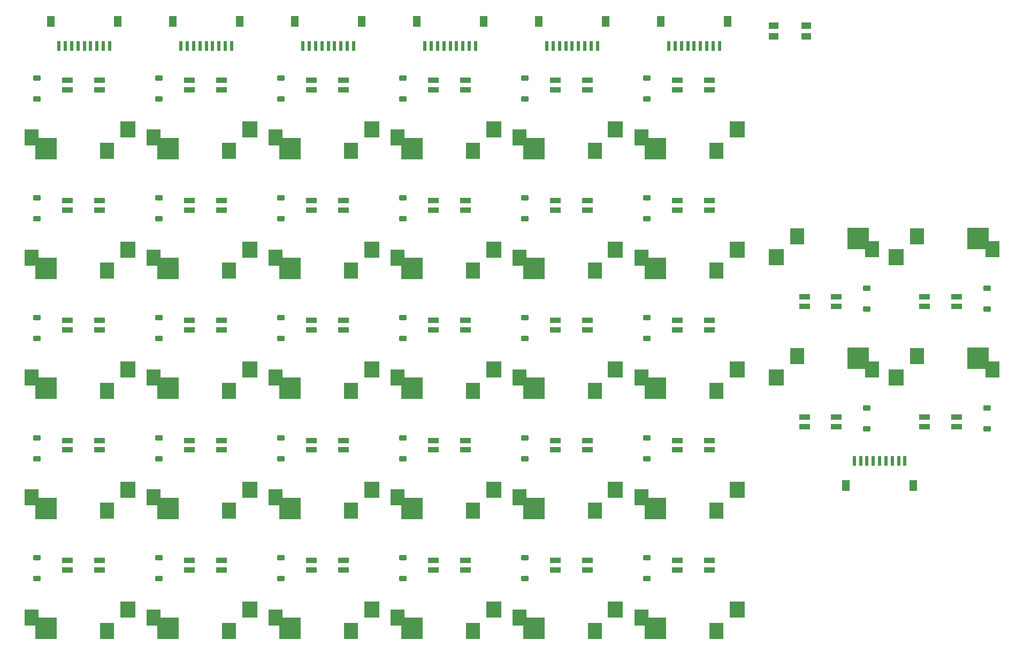
<source format=gbl>
G04 #@! TF.GenerationSoftware,KiCad,Pcbnew,7.0.8*
G04 #@! TF.CreationDate,2023-11-08T21:38:18-08:00*
G04 #@! TF.ProjectId,(OLD) Seismos_CoreStencil,284f4c44-2920-4536-9569-736d6f735f43,rev?*
G04 #@! TF.SameCoordinates,Original*
G04 #@! TF.FileFunction,Copper,L2,Bot*
G04 #@! TF.FilePolarity,Positive*
%FSLAX46Y46*%
G04 Gerber Fmt 4.6, Leading zero omitted, Abs format (unit mm)*
G04 Created by KiCad (PCBNEW 7.0.8) date 2023-11-08 21:38:18*
%MOMM*%
%LPD*%
G01*
G04 APERTURE LIST*
G04 Aperture macros list*
%AMRoundRect*
0 Rectangle with rounded corners*
0 $1 Rounding radius*
0 $2 $3 $4 $5 $6 $7 $8 $9 X,Y pos of 4 corners*
0 Add a 4 corners polygon primitive as box body*
4,1,4,$2,$3,$4,$5,$6,$7,$8,$9,$2,$3,0*
0 Add four circle primitives for the rounded corners*
1,1,$1+$1,$2,$3*
1,1,$1+$1,$4,$5*
1,1,$1+$1,$6,$7*
1,1,$1+$1,$8,$9*
0 Add four rect primitives between the rounded corners*
20,1,$1+$1,$2,$3,$4,$5,0*
20,1,$1+$1,$4,$5,$6,$7,0*
20,1,$1+$1,$6,$7,$8,$9,0*
20,1,$1+$1,$8,$9,$2,$3,0*%
G04 Aperture macros list end*
G04 #@! TA.AperFunction,SMDPad,CuDef*
%ADD10R,0.600000X1.550000*%
G04 #@! TD*
G04 #@! TA.AperFunction,SMDPad,CuDef*
%ADD11R,1.200000X1.800000*%
G04 #@! TD*
G04 #@! TA.AperFunction,SMDPad,CuDef*
%ADD12RoundRect,0.225000X-0.375000X0.225000X-0.375000X-0.225000X0.375000X-0.225000X0.375000X0.225000X0*%
G04 #@! TD*
G04 #@! TA.AperFunction,SMDPad,CuDef*
%ADD13R,1.750000X0.812800*%
G04 #@! TD*
G04 #@! TA.AperFunction,SMDPad,CuDef*
%ADD14R,2.300000X2.600000*%
G04 #@! TD*
G04 #@! TA.AperFunction,SMDPad,CuDef*
%ADD15R,3.500000X3.500000*%
G04 #@! TD*
G04 #@! TA.AperFunction,SMDPad,CuDef*
%ADD16R,2.400000X2.600000*%
G04 #@! TD*
G04 #@! TA.AperFunction,SMDPad,CuDef*
%ADD17RoundRect,0.225000X0.375000X-0.225000X0.375000X0.225000X-0.375000X0.225000X-0.375000X-0.225000X0*%
G04 #@! TD*
G04 #@! TA.AperFunction,SMDPad,CuDef*
%ADD18R,1.550000X1.000000*%
G04 #@! TD*
G04 APERTURE END LIST*
D10*
X169500000Y-91125000D03*
X168500000Y-91125000D03*
X167500000Y-91125000D03*
X166500000Y-91125000D03*
X165500000Y-91125000D03*
X164500000Y-91125000D03*
X163500000Y-91125000D03*
X162500000Y-91125000D03*
X161500000Y-91125000D03*
D11*
X170800000Y-95000000D03*
X160200000Y-95000000D03*
D10*
X35650000Y-25375000D03*
X36650000Y-25375000D03*
X37650000Y-25375000D03*
X38650000Y-25375000D03*
X39650000Y-25375000D03*
X40650000Y-25375000D03*
X41650000Y-25375000D03*
X42650000Y-25375000D03*
X43650000Y-25375000D03*
D11*
X34350000Y-21500000D03*
X44950000Y-21500000D03*
D10*
X54950000Y-25375000D03*
X55950000Y-25375000D03*
X56950000Y-25375000D03*
X57950000Y-25375000D03*
X58950000Y-25375000D03*
X59950000Y-25375000D03*
X60950000Y-25375000D03*
X61950000Y-25375000D03*
X62950000Y-25375000D03*
D11*
X53650000Y-21500000D03*
X64250000Y-21500000D03*
D10*
X74250000Y-25375000D03*
X75250000Y-25375000D03*
X76250000Y-25375000D03*
X77250000Y-25375000D03*
X78250000Y-25375000D03*
X79250000Y-25375000D03*
X80250000Y-25375000D03*
X81250000Y-25375000D03*
X82250000Y-25375000D03*
D11*
X72950000Y-21500000D03*
X83550000Y-21500000D03*
D10*
X93550000Y-25375000D03*
X94550000Y-25375000D03*
X95550000Y-25375000D03*
X96550000Y-25375000D03*
X97550000Y-25375000D03*
X98550000Y-25375000D03*
X99550000Y-25375000D03*
X100550000Y-25375000D03*
X101550000Y-25375000D03*
D11*
X92250000Y-21500000D03*
X102850000Y-21500000D03*
D10*
X112850000Y-25375000D03*
X113850000Y-25375000D03*
X114850000Y-25375000D03*
X115850000Y-25375000D03*
X116850000Y-25375000D03*
X117850000Y-25375000D03*
X118850000Y-25375000D03*
X119850000Y-25375000D03*
X120850000Y-25375000D03*
D11*
X111550000Y-21500000D03*
X122150000Y-21500000D03*
D10*
X132150000Y-25375000D03*
X133150000Y-25375000D03*
X134150000Y-25375000D03*
X135150000Y-25375000D03*
X136150000Y-25375000D03*
X137150000Y-25375000D03*
X138150000Y-25375000D03*
X139150000Y-25375000D03*
X140150000Y-25375000D03*
D11*
X130850000Y-21500000D03*
X141450000Y-21500000D03*
D12*
X70750000Y-106450000D03*
X70750000Y-109750000D03*
D13*
X42028000Y-30854900D03*
D14*
X31310000Y-39900000D03*
X43210000Y-42000000D03*
D13*
X36998100Y-30854900D03*
X42028000Y-32353500D03*
X36998100Y-32353500D03*
D15*
X33560000Y-41615000D03*
D16*
X46510000Y-38640000D03*
D12*
X51450000Y-30450000D03*
X51450000Y-33750000D03*
X51450000Y-87450000D03*
X51450000Y-90750000D03*
X128650000Y-87450000D03*
X128650000Y-90750000D03*
X70750000Y-30450000D03*
X70750000Y-33750000D03*
D17*
X182500000Y-86050000D03*
X182500000Y-82750000D03*
D12*
X90050000Y-49450000D03*
X90050000Y-52750000D03*
D13*
X138528000Y-49854900D03*
D14*
X127810000Y-58900000D03*
X139710000Y-61000000D03*
D13*
X133498100Y-49854900D03*
X138528000Y-51353500D03*
X133498100Y-51353500D03*
D15*
X130060000Y-60615000D03*
D16*
X143010000Y-57640000D03*
D13*
X42028000Y-106854900D03*
D14*
X31310000Y-115900000D03*
X43210000Y-118000000D03*
D13*
X36998100Y-106854900D03*
X42028000Y-108353500D03*
X36998100Y-108353500D03*
D15*
X33560000Y-117615000D03*
D16*
X46510000Y-114640000D03*
D13*
X80628000Y-68854900D03*
D14*
X69910000Y-77900000D03*
X81810000Y-80000000D03*
D13*
X75598100Y-68854900D03*
X80628000Y-70353500D03*
X75598100Y-70353500D03*
D15*
X72160000Y-79615000D03*
D16*
X85110000Y-76640000D03*
D13*
X119228000Y-68854900D03*
D14*
X108510000Y-77900000D03*
X120410000Y-80000000D03*
D13*
X114198100Y-68854900D03*
X119228000Y-70353500D03*
X114198100Y-70353500D03*
D15*
X110760000Y-79615000D03*
D16*
X123710000Y-76640000D03*
D12*
X128650000Y-106450000D03*
X128650000Y-109750000D03*
D13*
X61328000Y-49854900D03*
D14*
X50610000Y-58900000D03*
X62510000Y-61000000D03*
D13*
X56298100Y-49854900D03*
X61328000Y-51353500D03*
X56298100Y-51353500D03*
D15*
X52860000Y-60615000D03*
D16*
X65810000Y-57640000D03*
D12*
X32150000Y-68450000D03*
X32150000Y-71750000D03*
X51450000Y-49450000D03*
X51450000Y-52750000D03*
X109350000Y-106450000D03*
X109350000Y-109750000D03*
X109350000Y-68450000D03*
X109350000Y-71750000D03*
X32150000Y-49450000D03*
X32150000Y-52750000D03*
D13*
X99928000Y-49854900D03*
D14*
X89210000Y-58900000D03*
X101110000Y-61000000D03*
D13*
X94898100Y-49854900D03*
X99928000Y-51353500D03*
X94898100Y-51353500D03*
D15*
X91460000Y-60615000D03*
D16*
X104410000Y-57640000D03*
D13*
X99928000Y-106854900D03*
D14*
X89210000Y-115900000D03*
X101110000Y-118000000D03*
D13*
X94898100Y-106854900D03*
X99928000Y-108353500D03*
X94898100Y-108353500D03*
D15*
X91460000Y-117615000D03*
D16*
X104410000Y-114640000D03*
D12*
X90050000Y-106450000D03*
X90050000Y-109750000D03*
D13*
X80628000Y-30854900D03*
D14*
X69910000Y-39900000D03*
X81810000Y-42000000D03*
D13*
X75598100Y-30854900D03*
X80628000Y-32353500D03*
X75598100Y-32353500D03*
D15*
X72160000Y-41615000D03*
D16*
X85110000Y-38640000D03*
D12*
X128650000Y-30450000D03*
X128650000Y-33750000D03*
D13*
X61328000Y-30854900D03*
D14*
X50610000Y-39900000D03*
X62510000Y-42000000D03*
D13*
X56298100Y-30854900D03*
X61328000Y-32353500D03*
X56298100Y-32353500D03*
D15*
X52860000Y-41615000D03*
D16*
X65810000Y-38640000D03*
D13*
X99928000Y-30854900D03*
D14*
X89210000Y-39900000D03*
X101110000Y-42000000D03*
D13*
X94898100Y-30854900D03*
X99928000Y-32353500D03*
X94898100Y-32353500D03*
D15*
X91460000Y-41615000D03*
D16*
X104410000Y-38640000D03*
D13*
X119228000Y-106854900D03*
D14*
X108510000Y-115900000D03*
X120410000Y-118000000D03*
D13*
X114198100Y-106854900D03*
X119228000Y-108353500D03*
X114198100Y-108353500D03*
D15*
X110760000Y-117615000D03*
D16*
X123710000Y-114640000D03*
D13*
X153622000Y-66645100D03*
D14*
X164340000Y-57600000D03*
X152440000Y-55500000D03*
D13*
X158651900Y-66645100D03*
X153622000Y-65146500D03*
X158651900Y-65146500D03*
D15*
X162090000Y-55885000D03*
D16*
X149140000Y-58860000D03*
D13*
X80628000Y-87854900D03*
D14*
X69910000Y-96900000D03*
X81810000Y-99000000D03*
D13*
X75598100Y-87854900D03*
X80628000Y-89353500D03*
X75598100Y-89353500D03*
D15*
X72160000Y-98615000D03*
D16*
X85110000Y-95640000D03*
D12*
X70750000Y-87450000D03*
X70750000Y-90750000D03*
D13*
X119228000Y-30854900D03*
D14*
X108510000Y-39900000D03*
X120410000Y-42000000D03*
D13*
X114198100Y-30854900D03*
X119228000Y-32353500D03*
X114198100Y-32353500D03*
D15*
X110760000Y-41615000D03*
D16*
X123710000Y-38640000D03*
D12*
X70750000Y-49450000D03*
X70750000Y-52750000D03*
D13*
X119228000Y-49854900D03*
D14*
X108510000Y-58900000D03*
X120410000Y-61000000D03*
D13*
X114198100Y-49854900D03*
X119228000Y-51353500D03*
X114198100Y-51353500D03*
D15*
X110760000Y-60615000D03*
D16*
X123710000Y-57640000D03*
D12*
X32150000Y-87450000D03*
X32150000Y-90750000D03*
D13*
X119228000Y-87854900D03*
D14*
X108510000Y-96900000D03*
X120410000Y-99000000D03*
D13*
X114198100Y-87854900D03*
X119228000Y-89353500D03*
X114198100Y-89353500D03*
D15*
X110760000Y-98615000D03*
D16*
X123710000Y-95640000D03*
D13*
X61328000Y-87854900D03*
D14*
X50610000Y-96900000D03*
X62510000Y-99000000D03*
D13*
X56298100Y-87854900D03*
X61328000Y-89353500D03*
X56298100Y-89353500D03*
D15*
X52860000Y-98615000D03*
D16*
X65810000Y-95640000D03*
D12*
X90050000Y-30450000D03*
X90050000Y-33750000D03*
D18*
X153887500Y-23899500D03*
X153887500Y-22199500D03*
X148687500Y-23899500D03*
X148687500Y-22199500D03*
D12*
X51450000Y-68450000D03*
X51450000Y-71750000D03*
D13*
X153622000Y-85645100D03*
D14*
X164340000Y-76600000D03*
X152440000Y-74500000D03*
D13*
X158651900Y-85645100D03*
X153622000Y-84146500D03*
X158651900Y-84146500D03*
D15*
X162090000Y-74885000D03*
D16*
X149140000Y-77860000D03*
D17*
X163500000Y-86050000D03*
X163500000Y-82750000D03*
D13*
X99928000Y-68854900D03*
D14*
X89210000Y-77900000D03*
X101110000Y-80000000D03*
D13*
X94898100Y-68854900D03*
X99928000Y-70353500D03*
X94898100Y-70353500D03*
D15*
X91460000Y-79615000D03*
D16*
X104410000Y-76640000D03*
D13*
X42028000Y-87854900D03*
D14*
X31310000Y-96900000D03*
X43210000Y-99000000D03*
D13*
X36998100Y-87854900D03*
X42028000Y-89353500D03*
X36998100Y-89353500D03*
D15*
X33560000Y-98615000D03*
D16*
X46510000Y-95640000D03*
D13*
X99928000Y-87854900D03*
D14*
X89210000Y-96900000D03*
X101110000Y-99000000D03*
D13*
X94898100Y-87854900D03*
X99928000Y-89353500D03*
X94898100Y-89353500D03*
D15*
X91460000Y-98615000D03*
D16*
X104410000Y-95640000D03*
D12*
X90050000Y-68450000D03*
X90050000Y-71750000D03*
D17*
X163500000Y-67050000D03*
X163500000Y-63750000D03*
D12*
X90050000Y-87450000D03*
X90050000Y-90750000D03*
D13*
X138528000Y-68854900D03*
D14*
X127810000Y-77900000D03*
X139710000Y-80000000D03*
D13*
X133498100Y-68854900D03*
X138528000Y-70353500D03*
X133498100Y-70353500D03*
D15*
X130060000Y-79615000D03*
D16*
X143010000Y-76640000D03*
D13*
X42028000Y-68854900D03*
D14*
X31310000Y-77900000D03*
X43210000Y-80000000D03*
D13*
X36998100Y-68854900D03*
X42028000Y-70353500D03*
X36998100Y-70353500D03*
D15*
X33560000Y-79615000D03*
D16*
X46510000Y-76640000D03*
D13*
X42028000Y-49854900D03*
D14*
X31310000Y-58900000D03*
X43210000Y-61000000D03*
D13*
X36998100Y-49854900D03*
X42028000Y-51353500D03*
X36998100Y-51353500D03*
D15*
X33560000Y-60615000D03*
D16*
X46510000Y-57640000D03*
D13*
X61328000Y-68854900D03*
D14*
X50610000Y-77900000D03*
X62510000Y-80000000D03*
D13*
X56298100Y-68854900D03*
X61328000Y-70353500D03*
X56298100Y-70353500D03*
D15*
X52860000Y-79615000D03*
D16*
X65810000Y-76640000D03*
D13*
X80628000Y-106854900D03*
D14*
X69910000Y-115900000D03*
X81810000Y-118000000D03*
D13*
X75598100Y-106854900D03*
X80628000Y-108353500D03*
X75598100Y-108353500D03*
D15*
X72160000Y-117615000D03*
D16*
X85110000Y-114640000D03*
D12*
X32150000Y-30450000D03*
X32150000Y-33750000D03*
X109350000Y-87450000D03*
X109350000Y-90750000D03*
D13*
X138528000Y-30854900D03*
D14*
X127810000Y-39900000D03*
X139710000Y-42000000D03*
D13*
X133498100Y-30854900D03*
X138528000Y-32353500D03*
X133498100Y-32353500D03*
D15*
X130060000Y-41615000D03*
D16*
X143010000Y-38640000D03*
D13*
X80628000Y-49854900D03*
D14*
X69910000Y-58900000D03*
X81810000Y-61000000D03*
D13*
X75598100Y-49854900D03*
X80628000Y-51353500D03*
X75598100Y-51353500D03*
D15*
X72160000Y-60615000D03*
D16*
X85110000Y-57640000D03*
D12*
X109350000Y-30450000D03*
X109350000Y-33750000D03*
D13*
X61328000Y-106854900D03*
D14*
X50610000Y-115900000D03*
X62510000Y-118000000D03*
D13*
X56298100Y-106854900D03*
X61328000Y-108353500D03*
X56298100Y-108353500D03*
D15*
X52860000Y-117615000D03*
D16*
X65810000Y-114640000D03*
D13*
X138528000Y-87854900D03*
D14*
X127810000Y-96900000D03*
X139710000Y-99000000D03*
D13*
X133498100Y-87854900D03*
X138528000Y-89353500D03*
X133498100Y-89353500D03*
D15*
X130060000Y-98615000D03*
D16*
X143010000Y-95640000D03*
D12*
X128650000Y-49450000D03*
X128650000Y-52750000D03*
D13*
X138528000Y-106854900D03*
D14*
X127810000Y-115900000D03*
X139710000Y-118000000D03*
D13*
X133498100Y-106854900D03*
X138528000Y-108353500D03*
X133498100Y-108353500D03*
D15*
X130060000Y-117615000D03*
D16*
X143010000Y-114640000D03*
D12*
X51450000Y-106450000D03*
X51450000Y-109750000D03*
D17*
X182500000Y-67050000D03*
X182500000Y-63750000D03*
D13*
X172622000Y-66645100D03*
D14*
X183340000Y-57600000D03*
X171440000Y-55500000D03*
D13*
X177651900Y-66645100D03*
X172622000Y-65146500D03*
X177651900Y-65146500D03*
D15*
X181090000Y-55885000D03*
D16*
X168140000Y-58860000D03*
D12*
X32150000Y-106450000D03*
X32150000Y-109750000D03*
D13*
X172622000Y-85645100D03*
D14*
X183340000Y-76600000D03*
X171440000Y-74500000D03*
D13*
X177651900Y-85645100D03*
X172622000Y-84146500D03*
X177651900Y-84146500D03*
D15*
X181090000Y-74885000D03*
D16*
X168140000Y-77860000D03*
D12*
X128650000Y-68450000D03*
X128650000Y-71750000D03*
X70750000Y-68450000D03*
X70750000Y-71750000D03*
X109350000Y-49450000D03*
X109350000Y-52750000D03*
M02*

</source>
